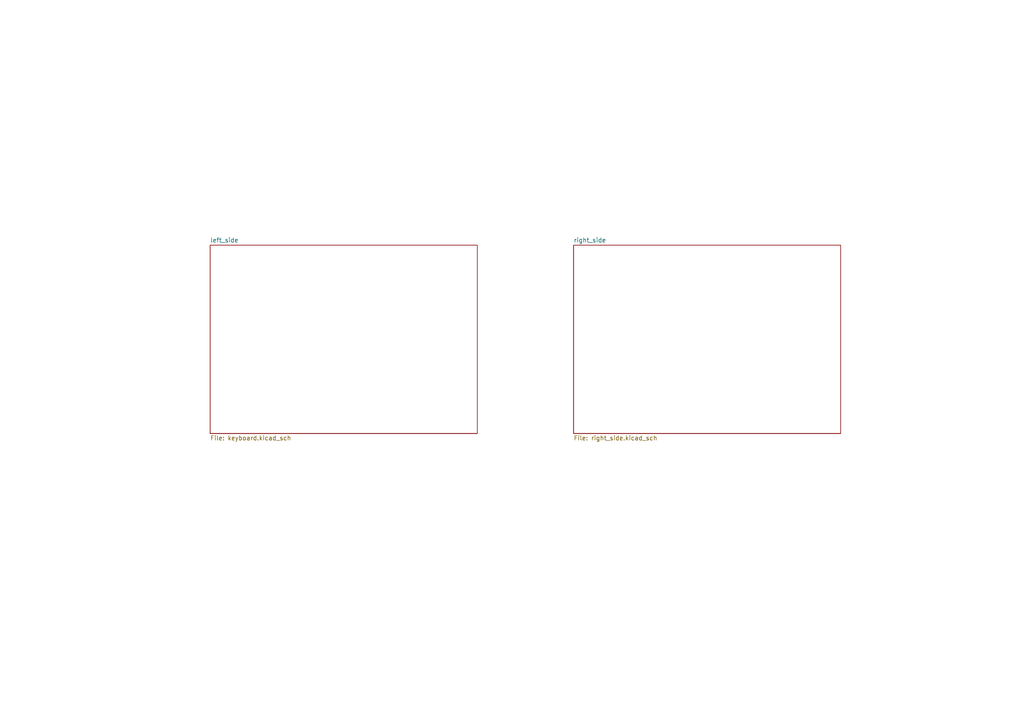
<source format=kicad_sch>
(kicad_sch
	(version 20250114)
	(generator "eeschema")
	(generator_version "9.0")
	(uuid "8161099e-cccb-4e34-a033-6fbd1e83069e")
	(paper "A4")
	(lib_symbols)
	(sheet
		(at 60.96 71.12)
		(size 77.47 54.61)
		(exclude_from_sim no)
		(in_bom yes)
		(on_board yes)
		(dnp no)
		(fields_autoplaced yes)
		(stroke
			(width 0.1524)
			(type solid)
		)
		(fill
			(color 0 0 0 0.0000)
		)
		(uuid "189b3594-819f-4882-86e9-8d7dbecb32fe")
		(property "Sheetname" "left_side"
			(at 60.96 70.4084 0)
			(effects
				(font
					(size 1.27 1.27)
				)
				(justify left bottom)
			)
		)
		(property "Sheetfile" "keyboard.kicad_sch"
			(at 60.96 126.3146 0)
			(effects
				(font
					(size 1.27 1.27)
				)
				(justify left top)
			)
		)
		(instances
			(project "pcb"
				(path "/8161099e-cccb-4e34-a033-6fbd1e83069e"
					(page "2")
				)
			)
		)
	)
	(sheet
		(at 166.37 71.12)
		(size 77.47 54.61)
		(exclude_from_sim no)
		(in_bom yes)
		(on_board yes)
		(dnp no)
		(fields_autoplaced yes)
		(stroke
			(width 0.1524)
			(type solid)
		)
		(fill
			(color 0 0 0 0.0000)
		)
		(uuid "9fe115b8-77c3-4b6a-ab57-f0caa35023bb")
		(property "Sheetname" "right_side"
			(at 166.37 70.4084 0)
			(effects
				(font
					(size 1.27 1.27)
				)
				(justify left bottom)
			)
		)
		(property "Sheetfile" "right_side.kicad_sch"
			(at 166.37 126.3146 0)
			(effects
				(font
					(size 1.27 1.27)
				)
				(justify left top)
			)
		)
		(instances
			(project "pcb"
				(path "/8161099e-cccb-4e34-a033-6fbd1e83069e"
					(page "3")
				)
			)
		)
	)
	(sheet_instances
		(path "/"
			(page "1")
		)
	)
	(embedded_fonts no)
)

</source>
